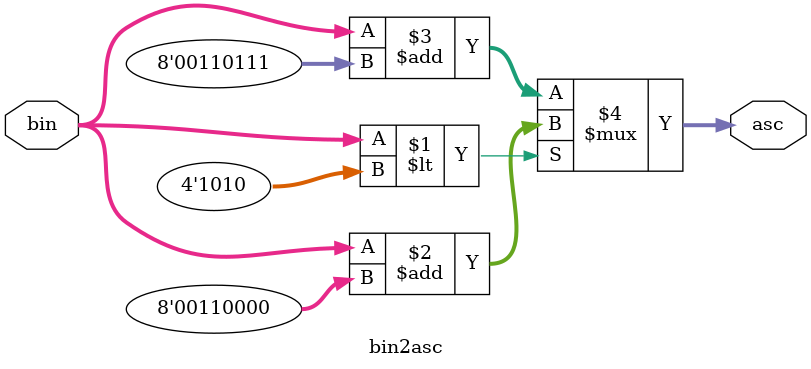
<source format=v>
`timescale 1ns / 1ps
module bin2asc(
    input  [3:0] bin,
	 output [7:0] asc);
	assign asc = bin < 4'd10 ? bin + "0" : bin + ("A" - 8'd10);
endmodule

</source>
